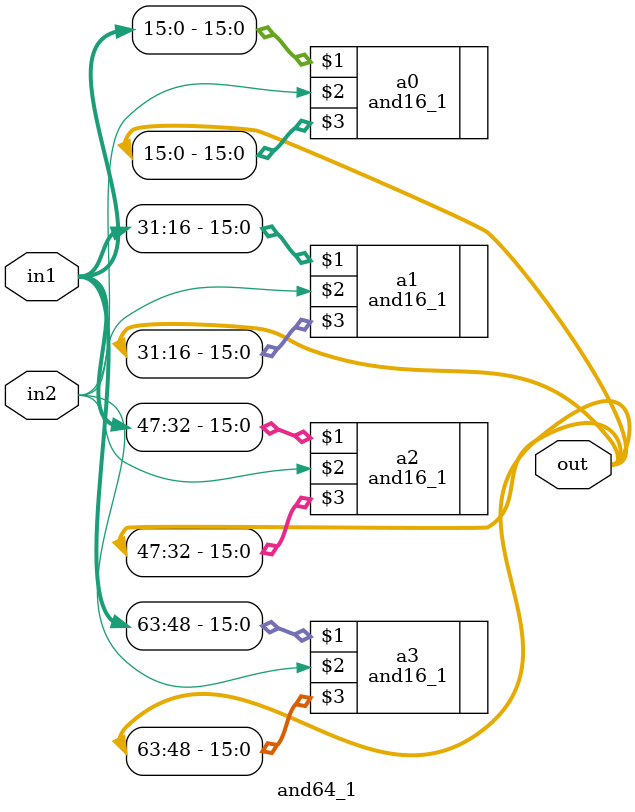
<source format=v>
`include"and16_1.v"
module and64_1(
	input [63:0] in1,
	input in2,
	output [63:0] out
);
	and16_1 a0(in1[15:0], in2, out[15:0]);
	and16_1 a1(in1[31:16], in2, out[31:16]);
	and16_1 a2(in1[47:32], in2, out[47:32]);
	and16_1 a3(in1[63:48], in2, out[63:48]);
endmodule


</source>
